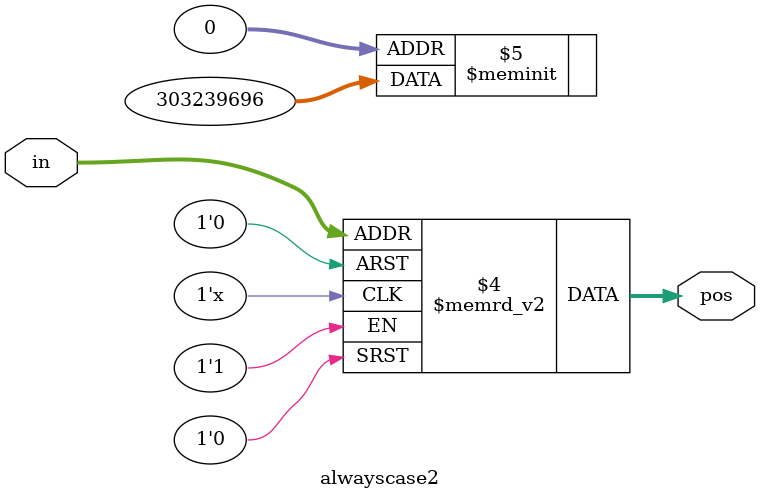
<source format=v>
module alwayscase2(
    input [3:0] in,
    output reg [1:0] pos);

always@(*)
    case(in)
    4'b0000: pos = 2'b00;
    4'b0001: pos = 2'b00;
    4'b0010: pos = 2'b01;
    4'b0011: pos = 2'b00;
    4'b0100: pos = 2'b10;
    4'b0101: pos = 2'b00;
    4'b0110: pos = 2'b01;
    4'b0111: pos = 2'b00;
    4'b1000: pos = 2'b11;
    4'b1001: pos = 2'b00;
    4'b1010: pos = 2'b01;
    4'b1011: pos = 2'b00;
    4'b1100: pos = 2'b10;
    4'b1101: pos = 2'b00;
    4'b1110: pos = 2'b01;
    4'b1111: pos = 2'b00;
    default: pos = 2'b00;
    endcase

endmodule
</source>
